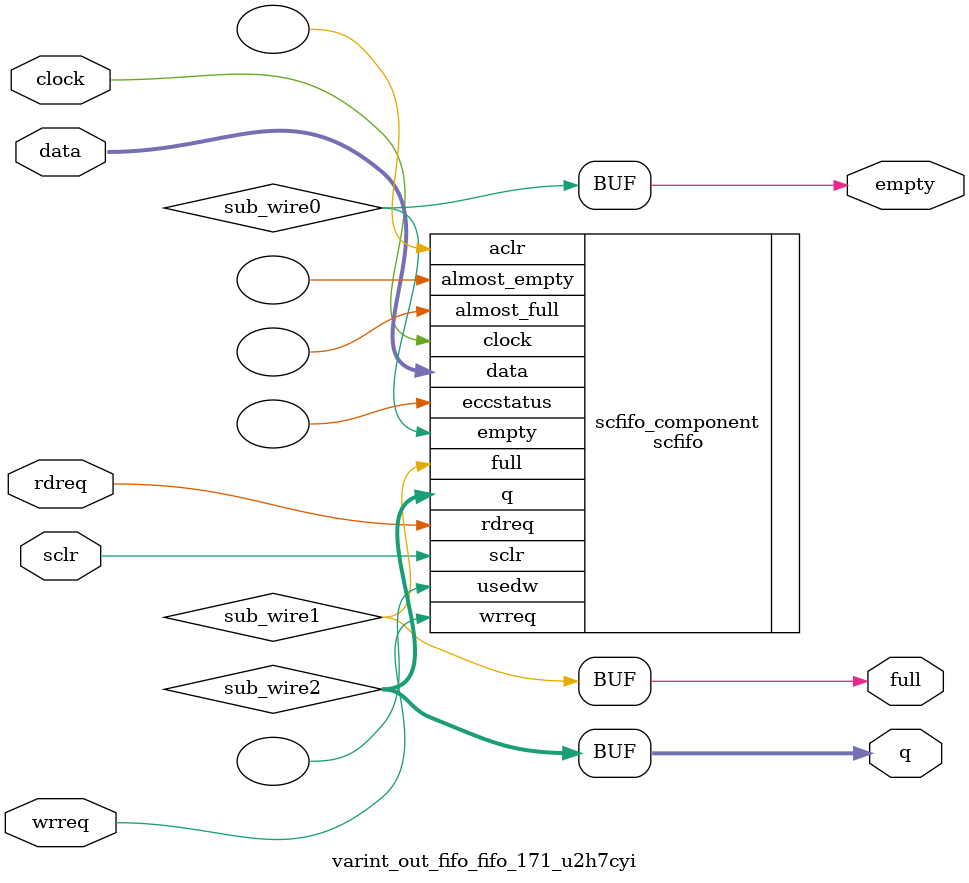
<source format=v>



`timescale 1 ps / 1 ps
// synopsys translate_on
module  varint_out_fifo_fifo_171_u2h7cyi  (
    clock,
    data,
    rdreq,
    sclr,
    wrreq,
    empty,
    full,
    q);

    input    clock;
    input  [7:0]  data;
    input    rdreq;
    input    sclr;
    input    wrreq;
    output   empty;
    output   full;
    output [7:0]  q;

    wire  sub_wire0;
    wire  sub_wire1;
    wire [7:0] sub_wire2;
    wire  empty = sub_wire0;
    wire  full = sub_wire1;
    wire [7:0] q = sub_wire2[7:0];

    scfifo  scfifo_component (
                .clock (clock),
                .data (data),
                .rdreq (rdreq),
                .sclr (sclr),
                .wrreq (wrreq),
                .empty (sub_wire0),
                .full (sub_wire1),
                .q (sub_wire2),
                .aclr (),
                .almost_empty (),
                .almost_full (),
                .eccstatus (),
                .usedw ());
    defparam
        scfifo_component.add_ram_output_register  = "ON",
        scfifo_component.enable_ecc  = "FALSE",
        scfifo_component.intended_device_family  = "Arria 10",
        scfifo_component.lpm_numwords  = 4096,
        scfifo_component.lpm_showahead  = "OFF",
        scfifo_component.lpm_type  = "scfifo",
        scfifo_component.lpm_width  = 8,
        scfifo_component.lpm_widthu  = 12,
        scfifo_component.overflow_checking  = "ON",
        scfifo_component.underflow_checking  = "ON",
        scfifo_component.use_eab  = "ON";


endmodule



</source>
